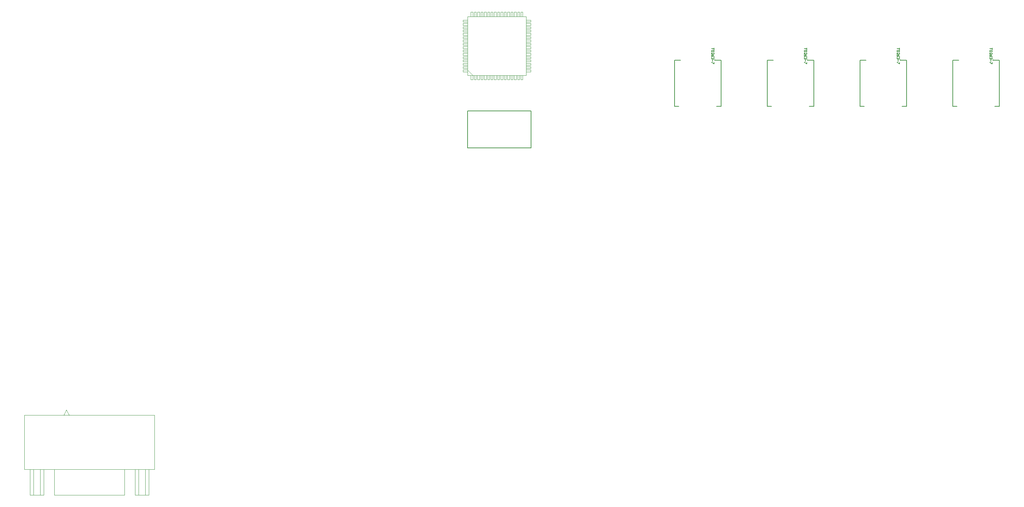
<source format=gm1>
G04*
G04 #@! TF.GenerationSoftware,Altium Limited,Altium Designer,18.1.7 (191)*
G04*
G04 Layer_Color=16711935*
%FSLAX44Y44*%
%MOMM*%
G71*
G01*
G75*
%ADD10C,0.1524*%
%ADD15C,0.2032*%
%ADD70C,0.0254*%
D10*
X2395854Y1016141D02*
Y1012333D01*
Y1014237D01*
X2390141D01*
X2395854Y1007572D02*
Y1009476D01*
X2394902Y1010428D01*
X2391093D01*
X2390141Y1009476D01*
Y1007572D01*
X2391093Y1006619D01*
X2394902D01*
X2395854Y1007572D01*
X2390141Y1000906D02*
Y1004715D01*
X2393950Y1000906D01*
X2394902D01*
X2395854Y1001859D01*
Y1003763D01*
X2394902Y1004715D01*
X2395854Y995193D02*
X2394902Y997098D01*
X2392997Y999002D01*
X2391093D01*
X2390141Y998050D01*
Y996145D01*
X2391093Y995193D01*
X2392045D01*
X2392997Y996145D01*
Y999002D01*
X2394902Y993289D02*
X2395854Y992337D01*
Y990432D01*
X2394902Y989480D01*
X2393950D01*
X2392997Y990432D01*
Y991385D01*
Y990432D01*
X2392045Y989480D01*
X2391093D01*
X2390141Y990432D01*
Y992337D01*
X2391093Y993289D01*
X2392997Y987576D02*
Y983767D01*
X2395854Y981863D02*
Y978054D01*
X2394902D01*
X2391093Y981863D01*
X2390141D01*
X2173190Y1016141D02*
Y1012333D01*
Y1014237D01*
X2167477D01*
X2173190Y1007572D02*
Y1009476D01*
X2172238Y1010428D01*
X2168429D01*
X2167477Y1009476D01*
Y1007572D01*
X2168429Y1006619D01*
X2172238D01*
X2173190Y1007572D01*
X2167477Y1000906D02*
Y1004715D01*
X2171286Y1000906D01*
X2172238D01*
X2173190Y1001859D01*
Y1003763D01*
X2172238Y1004715D01*
X2173190Y995193D02*
X2172238Y997098D01*
X2170333Y999002D01*
X2168429D01*
X2167477Y998050D01*
Y996145D01*
X2168429Y995193D01*
X2169381D01*
X2170333Y996145D01*
Y999002D01*
X2172238Y993289D02*
X2173190Y992337D01*
Y990432D01*
X2172238Y989480D01*
X2171286D01*
X2170333Y990432D01*
Y991385D01*
Y990432D01*
X2169381Y989480D01*
X2168429D01*
X2167477Y990432D01*
Y992337D01*
X2168429Y993289D01*
X2170333Y987576D02*
Y983767D01*
X2173190Y981863D02*
Y978054D01*
X2172238D01*
X2168429Y981863D01*
X2167477D01*
X1950526Y1016141D02*
Y1012333D01*
Y1014237D01*
X1944813D01*
X1950526Y1007572D02*
Y1009476D01*
X1949574Y1010428D01*
X1945766D01*
X1944813Y1009476D01*
Y1007572D01*
X1945766Y1006619D01*
X1949574D01*
X1950526Y1007572D01*
X1944813Y1000906D02*
Y1004715D01*
X1948622Y1000906D01*
X1949574D01*
X1950526Y1001859D01*
Y1003763D01*
X1949574Y1004715D01*
X1950526Y995193D02*
X1949574Y997098D01*
X1947670Y999002D01*
X1945766D01*
X1944813Y998050D01*
Y996145D01*
X1945766Y995193D01*
X1946718D01*
X1947670Y996145D01*
Y999002D01*
X1949574Y993289D02*
X1950526Y992337D01*
Y990432D01*
X1949574Y989480D01*
X1948622D01*
X1947670Y990432D01*
Y991385D01*
Y990432D01*
X1946718Y989480D01*
X1945766D01*
X1944813Y990432D01*
Y992337D01*
X1945766Y993289D01*
X1947670Y987576D02*
Y983767D01*
X1950526Y981863D02*
Y978054D01*
X1949574D01*
X1945766Y981863D01*
X1944813D01*
X1727863Y1016141D02*
Y1012333D01*
Y1014237D01*
X1722150D01*
X1727863Y1007572D02*
Y1009476D01*
X1726911Y1010428D01*
X1723102D01*
X1722150Y1009476D01*
Y1007572D01*
X1723102Y1006619D01*
X1726911D01*
X1727863Y1007572D01*
X1722150Y1000906D02*
Y1004715D01*
X1725958Y1000906D01*
X1726911D01*
X1727863Y1001859D01*
Y1003763D01*
X1726911Y1004715D01*
X1727863Y995193D02*
X1726911Y997098D01*
X1725006Y999002D01*
X1723102D01*
X1722150Y998050D01*
Y996145D01*
X1723102Y995193D01*
X1724054D01*
X1725006Y996145D01*
Y999002D01*
X1726911Y993289D02*
X1727863Y992337D01*
Y990432D01*
X1726911Y989480D01*
X1725958D01*
X1725006Y990432D01*
Y991384D01*
Y990432D01*
X1724054Y989480D01*
X1723102D01*
X1722150Y990432D01*
Y992337D01*
X1723102Y993289D01*
X1725006Y987576D02*
Y983767D01*
X1727863Y981862D02*
Y978054D01*
X1726911D01*
X1723102Y981862D01*
X1722150D01*
D15*
X1136740Y775362D02*
Y864262D01*
Y775362D02*
X1289140D01*
Y864262D01*
X1136740D02*
X1289140D01*
X2300957Y986169D02*
X2315562D01*
X2300957Y875679D02*
Y986169D01*
Y875679D02*
X2311752D01*
X2401922D02*
X2412717D01*
Y986169D01*
X2398112D02*
X2412717D01*
X2398112D02*
Y988074D01*
X2078294Y986169D02*
X2092899D01*
X2078294Y875679D02*
Y986169D01*
Y875679D02*
X2089089D01*
X2179259D02*
X2190054D01*
Y986169D01*
X2175449D02*
X2190054D01*
X2175449D02*
Y988074D01*
X1855629Y986169D02*
X1870235D01*
X1855629Y875679D02*
Y986169D01*
Y875679D02*
X1866425D01*
X1956595D02*
X1967390D01*
Y986169D01*
X1952784D02*
X1967390D01*
X1952784D02*
Y988074D01*
X1730121Y986169D02*
Y988074D01*
Y986169D02*
X1744726D01*
Y875679D02*
Y986169D01*
X1733931Y875679D02*
X1744726D01*
X1632966D02*
X1643761D01*
X1632966D02*
Y986169D01*
X1647571D01*
D70*
X312863Y-58674D02*
Y3048D01*
X143699Y-58674D02*
X312863D01*
X143699D02*
Y3048D01*
X312863D01*
X384237D02*
Y133096D01*
X72325Y3048D02*
X384237D01*
X72325D02*
Y133096D01*
X384237D01*
X93788Y-58674D02*
Y3048D01*
X110298Y-58674D02*
Y3048D01*
X85533Y-58674D02*
Y3048D01*
Y-58674D02*
X118553D01*
Y3048D01*
X346264Y-58674D02*
Y3048D01*
X362774Y-58674D02*
Y3048D01*
X338009Y-58674D02*
Y3048D01*
Y-58674D02*
X371029D01*
Y3048D01*
X166559Y133096D02*
X172909Y145796D01*
X179259Y133096D01*
X1125220Y1054794D02*
Y1059366D01*
Y1062794D02*
Y1067366D01*
Y1070794D02*
Y1075366D01*
Y1078794D02*
Y1083366D01*
X1136015Y950595D02*
X1276985D01*
X1136015D02*
Y1091565D01*
X1276985D01*
Y950595D02*
Y1091565D01*
X1136015Y963295D02*
X1148716Y950595D01*
X1144214Y1091565D02*
Y1102360D01*
X1148786D01*
Y1091565D02*
Y1102360D01*
X1144214Y1091565D02*
X1148786D01*
X1152214D02*
Y1102360D01*
X1156786D01*
Y1091565D02*
Y1102360D01*
X1152214Y1091565D02*
X1156786D01*
X1160214D02*
Y1102360D01*
X1164786D01*
Y1091565D02*
Y1102360D01*
X1160214Y1091565D02*
X1164786D01*
X1168214D02*
Y1102360D01*
X1172786D01*
Y1091565D02*
Y1102360D01*
X1168214Y1091565D02*
X1172786D01*
X1176215D02*
Y1102360D01*
X1180787D01*
Y1091565D02*
Y1102360D01*
X1176215Y1091565D02*
X1180787D01*
X1184215D02*
Y1102360D01*
X1188787D01*
Y1091565D02*
Y1102360D01*
X1184215Y1091565D02*
X1188787D01*
X1192215D02*
Y1102360D01*
X1196787D01*
Y1091565D02*
Y1102360D01*
X1192215Y1091565D02*
X1196787D01*
X1200214D02*
Y1102360D01*
X1204787D01*
Y1091565D02*
Y1102360D01*
X1200214Y1091565D02*
X1204787D01*
X1208214D02*
Y1102360D01*
X1212786D01*
Y1091565D02*
Y1102360D01*
X1208214Y1091565D02*
X1212786D01*
X1216215D02*
Y1102360D01*
X1220787D01*
Y1091565D02*
Y1102360D01*
X1216215Y1091565D02*
X1220787D01*
X1224214D02*
Y1102360D01*
X1228786D01*
Y1091565D02*
Y1102360D01*
X1224214Y1091565D02*
X1228786D01*
X1232215D02*
Y1102360D01*
X1236786D01*
Y1091565D02*
Y1102360D01*
X1232215Y1091565D02*
X1236786D01*
X1240214D02*
Y1102360D01*
X1244787D01*
Y1091565D02*
Y1102360D01*
X1240214Y1091565D02*
X1244787D01*
X1248214D02*
Y1102360D01*
X1252786D01*
Y1091565D02*
Y1102360D01*
X1248214Y1091565D02*
X1252786D01*
X1256214D02*
Y1102360D01*
X1260786D01*
Y1091565D02*
Y1102360D01*
X1256214Y1091565D02*
X1260786D01*
X1264214D02*
Y1102360D01*
X1268786D01*
Y1091565D02*
Y1102360D01*
X1264214Y1091565D02*
X1268786D01*
X1276985Y1083366D02*
X1287780D01*
Y1078794D02*
Y1083366D01*
X1276985Y1078794D02*
X1287780D01*
X1276985D02*
Y1083366D01*
Y1075366D02*
X1287780D01*
Y1070794D02*
Y1075366D01*
X1276985Y1070794D02*
X1287780D01*
X1276985D02*
Y1075366D01*
Y1067366D02*
X1287780D01*
Y1062794D02*
Y1067366D01*
X1276985Y1062794D02*
X1287780D01*
X1276985D02*
Y1067366D01*
Y1059366D02*
X1287780D01*
Y1054794D02*
Y1059366D01*
X1276985Y1054794D02*
X1287780D01*
X1276985D02*
Y1059366D01*
Y1051366D02*
X1287780D01*
Y1046794D02*
Y1051366D01*
X1276985Y1046794D02*
X1287780D01*
X1276985D02*
Y1051366D01*
Y1043366D02*
X1287780D01*
Y1038794D02*
Y1043366D01*
X1276985Y1038794D02*
X1287780D01*
X1276985D02*
Y1043366D01*
Y1035366D02*
X1287780D01*
Y1030794D02*
Y1035366D01*
X1276985Y1030794D02*
X1287780D01*
X1276985D02*
Y1035366D01*
Y1027366D02*
X1287780D01*
Y1022794D02*
Y1027366D01*
X1276985Y1022794D02*
X1287780D01*
X1276985D02*
Y1027366D01*
Y1019366D02*
X1287780D01*
Y1014794D02*
Y1019366D01*
X1276985Y1014794D02*
X1287780D01*
X1276985D02*
Y1019366D01*
Y1011366D02*
X1287780D01*
Y1006794D02*
Y1011366D01*
X1276985Y1006794D02*
X1287780D01*
X1276985D02*
Y1011366D01*
Y1003366D02*
X1287780D01*
Y998794D02*
Y1003366D01*
X1276985Y998794D02*
X1287780D01*
X1276985D02*
Y1003366D01*
Y995366D02*
X1287780D01*
Y990794D02*
Y995366D01*
X1276985Y990794D02*
X1287780D01*
X1276985D02*
Y995366D01*
Y987366D02*
X1287780D01*
Y982794D02*
Y987366D01*
X1276985Y982794D02*
X1287780D01*
X1276985D02*
Y987366D01*
Y979366D02*
X1287780D01*
Y974794D02*
Y979366D01*
X1276985Y974794D02*
X1287780D01*
X1276985D02*
Y979366D01*
Y971366D02*
X1287780D01*
Y966794D02*
Y971366D01*
X1276985Y966794D02*
X1287780D01*
X1276985D02*
Y971366D01*
Y963366D02*
X1287780D01*
Y958794D02*
Y963366D01*
X1276985Y958794D02*
X1287780D01*
X1276985D02*
Y963366D01*
X1268786Y939800D02*
Y950595D01*
X1264214Y939800D02*
X1268786D01*
X1264214D02*
Y950595D01*
X1268786D01*
X1260786Y939800D02*
Y950595D01*
X1256214Y939800D02*
X1260786D01*
X1256214D02*
Y950595D01*
X1260786D01*
X1252786Y939800D02*
Y950595D01*
X1248214Y939800D02*
X1252786D01*
X1248214D02*
Y950595D01*
X1252786D01*
X1244787Y939800D02*
Y950595D01*
X1240214Y939800D02*
X1244787D01*
X1240214D02*
Y950595D01*
X1244787D01*
X1236786Y939800D02*
Y950595D01*
X1232215Y939800D02*
X1236786D01*
X1232215D02*
Y950595D01*
X1236786D01*
X1228786Y939800D02*
Y950595D01*
X1224214Y939800D02*
X1228786D01*
X1224214D02*
Y950595D01*
X1228786D01*
X1220787Y939800D02*
Y950595D01*
X1216215Y939800D02*
X1220787D01*
X1216215D02*
Y950595D01*
X1220787D01*
X1212786Y939800D02*
Y950595D01*
X1208214Y939800D02*
X1212786D01*
X1208214D02*
Y950595D01*
X1212786D01*
X1204787Y939800D02*
Y950595D01*
X1200214Y939800D02*
X1204787D01*
X1200214D02*
Y950595D01*
X1204787D01*
X1196787Y939800D02*
Y950595D01*
X1192215Y939800D02*
X1196787D01*
X1192215D02*
Y950595D01*
X1196787D01*
X1188787Y939800D02*
Y950595D01*
X1184215Y939800D02*
X1188787D01*
X1184215D02*
Y950595D01*
X1188787D01*
X1180787Y939800D02*
Y950595D01*
X1176215Y939800D02*
X1180787D01*
X1176215D02*
Y950595D01*
X1180787D01*
X1172786Y939800D02*
Y950595D01*
X1168214Y939800D02*
X1172786D01*
X1168214D02*
Y950595D01*
X1172786D01*
X1164786Y939800D02*
Y950595D01*
X1160214Y939800D02*
X1164786D01*
X1160214D02*
Y950595D01*
X1164786D01*
X1156786Y939800D02*
Y950595D01*
X1152214Y939800D02*
X1156786D01*
X1152214D02*
Y950595D01*
X1156786D01*
X1148786Y939800D02*
Y950595D01*
X1144214Y939800D02*
X1148786D01*
X1144214D02*
Y950595D01*
X1148786D01*
X1125220Y958794D02*
X1136015D01*
X1125220D02*
Y963366D01*
X1136015D01*
Y958794D02*
Y963366D01*
X1125220Y966794D02*
X1136015D01*
X1125220D02*
Y971366D01*
X1136015D01*
Y966794D02*
Y971366D01*
X1125220Y974794D02*
X1136015D01*
X1125220D02*
Y979366D01*
X1136015D01*
Y974794D02*
Y979366D01*
X1125220Y982794D02*
X1136015D01*
X1125220D02*
Y987366D01*
X1136015D01*
Y982794D02*
Y987366D01*
X1125220Y990794D02*
X1136015D01*
X1125220D02*
Y995366D01*
X1136015D01*
Y990794D02*
Y995366D01*
X1125220Y998794D02*
X1136015D01*
X1125220D02*
Y1003366D01*
X1136015D01*
Y998794D02*
Y1003366D01*
X1125220Y1006794D02*
X1136015D01*
X1125220D02*
Y1011366D01*
X1136015D01*
Y1006794D02*
Y1011366D01*
X1125220Y1014794D02*
X1136015D01*
X1125220D02*
Y1019366D01*
X1136015D01*
Y1014794D02*
Y1019366D01*
X1125220Y1022794D02*
X1136015D01*
X1125220D02*
Y1027366D01*
X1136015D01*
Y1022794D02*
Y1027366D01*
X1125220Y1030794D02*
X1136015D01*
X1125220D02*
Y1035366D01*
X1136015D01*
Y1030794D02*
Y1035366D01*
X1125220Y1038794D02*
X1136015D01*
X1125220D02*
Y1043366D01*
X1136015D01*
Y1038794D02*
Y1043366D01*
X1125220Y1046794D02*
X1136015D01*
X1125220D02*
Y1051366D01*
X1136015D01*
Y1046794D02*
Y1051366D01*
X1125220Y1054794D02*
X1136015D01*
X1125220Y1059366D02*
X1136015D01*
Y1054794D02*
Y1059366D01*
X1125220Y1062794D02*
X1136015D01*
X1125220Y1067366D02*
X1136015D01*
Y1062794D02*
Y1067366D01*
X1125220Y1070794D02*
X1136015D01*
X1125220Y1075366D02*
X1136015D01*
Y1070794D02*
Y1075366D01*
X1125220Y1078794D02*
X1136015D01*
X1125220Y1083366D02*
X1136015D01*
Y1078794D02*
Y1083366D01*
M02*

</source>
